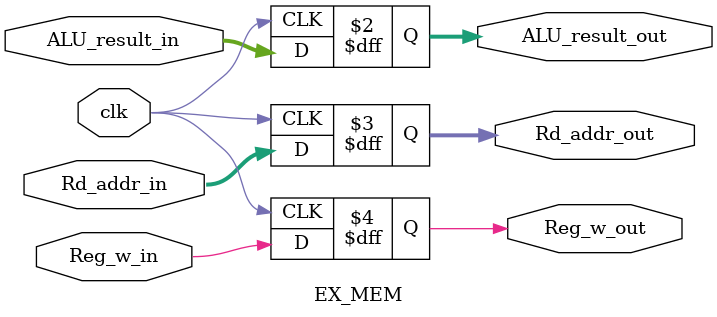
<source format=v>
module EX_MEM
(
    input [31:0] ALU_result_in,
    input [4:0] Rd_addr_in,
    input Reg_w_in,
    input clk,
    output reg [31:0] ALU_result_out,
    output reg [4:0] Rd_addr_out,
    output reg Reg_w_out
);

    always @(negedge clk)
    begin
        ALU_result_out <= ALU_result_in;
        Rd_addr_out <= Rd_addr_in;
        Reg_w_out <= Reg_w_in;
    end

endmodule
</source>
